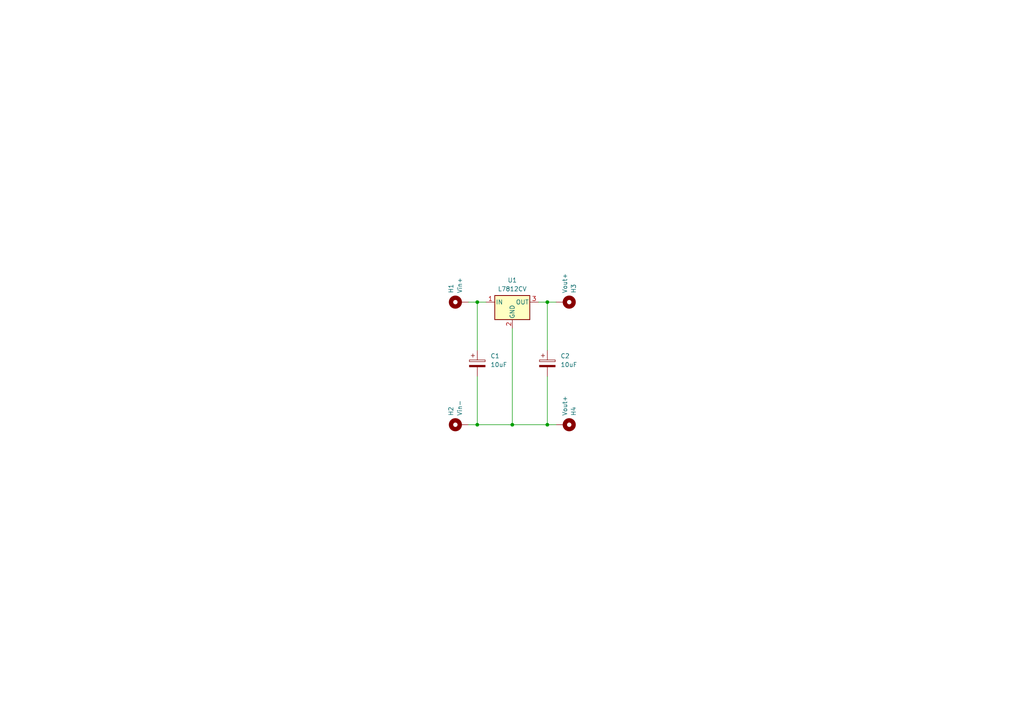
<source format=kicad_sch>
(kicad_sch (version 20231120) (generator "eeschema") (generator_version "8.0")
  (paper "A4")
  (title_block (title "Step-down converter 12V") (date "2025-02-07") (rev "1.0") (company "Eli Nucknack"))
  (lib_symbols
    (symbol "Device:C_Polarized" (pin_numbers hide) (pin_names (offset 0.254))
      (property "Reference" "C" (at 0.635 2.54 0))
      (property "Value" "C_Polarized" (at 0.635 -2.54 0))
      (symbol "C_Polarized_0_1"
        (rectangle (start -2.286 0.508) (end 2.286 1.016))
        (polyline (pts (xy -1.778 2.286) (xy -0.762 2.286)))
        (polyline (pts (xy -1.27 2.794) (xy -1.27 1.778)))
        (rectangle (start 2.286 -0.508) (end -2.286 -1.016) (fill (type outline)))
      )
      (symbol "C_Polarized_1_1"
        (pin passive line (at 0 3.81 270) (length 2.794) (name "~") (number "1"))
        (pin passive line (at 0 -3.81 90) (length 2.794) (name "~") (number "2"))
      )
    )
    (symbol "Mechanical:MountingHole_Pad" (pin_numbers hide) (pin_names (offset 1.016) hide) (exclude_from_sim yes) (in_bom no)
      (property "Reference" "H" (at 0 6.35 0))
      (property "Value" "MountingHole_Pad" (at 0 4.445 0))
      (symbol "MountingHole_Pad_0_1"
        (circle (center 0 1.27) (radius 1.27) (stroke (width 1.27)))
      )
      (symbol "MountingHole_Pad_1_1"
        (pin input line (at 0 -2.54 90) (length 2.54) (name "1") (number "1"))
      )
    )
    (symbol "Regulator_Linear:L7812" (pin_names (offset 0.254))
      (property "Reference" "U" (at -3.81 3.175 0))
      (property "Value" "L7812" (at 0 3.175 0))
      (symbol "L7812_0_1"
        (rectangle (start -5.08 1.905) (end 5.08 -5.08) (stroke (width 0.254)) (fill (type background)))
      )
      (symbol "L7812_1_1"
        (pin power_in line (at -7.62 0 0) (length 2.54) (name "IN") (number "1"))
        (pin power_in line (at 0 -7.62 90) (length 2.54) (name "GND") (number "2"))
        (pin power_out line (at 7.62 0 180) (length 2.54) (name "OUT") (number "3"))
      )
    )
  )
  (junction (at 158.75 87.63))
  (junction (at 138.43 123.19))
  (junction (at 158.75 123.19))
  (junction (at 138.43 87.63))
  (junction (at 148.59 123.19))
  (wire (pts (xy 156.21 87.63) (xy 158.75 87.63)))
  (wire (pts (xy 158.75 109.22) (xy 158.75 123.19)))
  (wire (pts (xy 138.43 87.63) (xy 140.97 87.63)))
  (wire (pts (xy 138.43 87.63) (xy 138.43 101.6)))
  (wire (pts (xy 135.89 123.19) (xy 138.43 123.19)))
  (wire (pts (xy 158.75 87.63) (xy 158.75 101.6)))
  (wire (pts (xy 148.59 95.25) (xy 148.59 123.19)))
  (wire (pts (xy 158.75 123.19) (xy 161.29 123.19)))
  (wire (pts (xy 135.89 87.63) (xy 138.43 87.63)))
  (wire (pts (xy 148.59 123.19) (xy 158.75 123.19)))
  (wire (pts (xy 138.43 109.22) (xy 138.43 123.19)))
  (wire (pts (xy 138.43 123.19) (xy 148.59 123.19)))
  (wire (pts (xy 161.29 87.63) (xy 158.75 87.63)))
  (symbol (lib_id "Mechanical:MountingHole_Pad") (at 133.35 123.19 90) (unit 1) (exclude_from_sim yes) (in_bom no)
    (property "Reference" "H2" (at 130.8099 120.65 0) (effects (justify left)))
    (property "Value" "Vin-" (at 133.3499 120.65 0) (effects (justify left)))
    (property "Description" "Mounting Hole with connection" (effects (hide yes)))
  )
  (symbol (lib_id "Regulator_Linear:L7812") (at 148.59 87.63 0) (unit 1)
    (property "Reference" "U1" (at 148.59 81.28 0))
    (property "Value" "L7812CV" (at 148.59 83.82 0))
    (property "Datasheet" "http://www.st.com/content/ccc/resource/technical/document/datasheet/41/4f/b3/b0/12/d4/47/88/CD00000444.pdf/files/CD00000444.pdf/jcr:content/translations/en.CD00000444.pdf" (effects (hide yes)))
    (property "Description" "Positive 1.5A 35V Linear Regulator, Fixed Output 12V, TO-220/TO-263/TO-252" (effects (hide yes)))
  )
  (symbol (lib_id "Mechanical:MountingHole_Pad") (at 163.83 87.63 270) (mirror x) (unit 1) (exclude_from_sim yes) (in_bom no)
    (property "Reference" "H3" (at 166.3701 85.09 0) (effects (justify left)))
    (property "Value" "Vout+" (at 163.8301 85.09 0) (effects (justify left)))
    (property "Description" "Mounting Hole with connection" (effects (hide yes)))
  )
  (symbol (lib_id "Mechanical:MountingHole_Pad") (at 133.35 87.63 90) (unit 1) (exclude_from_sim yes) (in_bom no)
    (property "Reference" "H1" (at 130.8099 85.09 0) (effects (justify left)))
    (property "Value" "Vin+" (at 133.3499 85.09 0) (effects (justify left)))
    (property "Description" "Mounting Hole with connection" (effects (hide yes)))
  )
  (symbol (lib_id "Device:C_Polarized") (at 158.75 105.41 0) (unit 1)
    (property "Reference" "C2" (at 162.56 103.2509 0) (effects (justify left)))
    (property "Value" "10uF" (at 162.56 105.7909 0) (effects (justify left)))
    (property "Description" "Polarized capacitor" (effects (hide yes)))
  )
  (symbol (lib_id "Mechanical:MountingHole_Pad") (at 163.83 123.19 270) (mirror x) (unit 1) (exclude_from_sim yes) (in_bom no)
    (property "Reference" "H4" (at 166.3701 120.65 0) (effects (justify left)))
    (property "Value" "Vout+" (at 163.8301 120.65 0) (effects (justify left)))
    (property "Description" "Mounting Hole with connection" (effects (hide yes)))
  )
  (symbol (lib_id "Device:C_Polarized") (at 138.43 105.41 0) (unit 1)
    (property "Reference" "C1" (at 142.24 103.2509 0) (effects (justify left)))
    (property "Value" "10uF" (at 142.24 105.7909 0) (effects (justify left)))
    (property "Description" "Polarized capacitor" (effects (hide yes)))
  )
)
</source>
